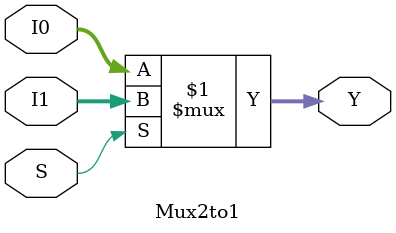
<source format=sv>
`default_nettype none

/**
 * library.sv
 *
 * Enigma Machine
 *
 * ECE 18-500
 * Carnegie Mellon University
 *
 * This is the library of standard components used by the enigma machine,
 * which includes both synchronous and combinational components.
 **/

/*----------------------------------------------------------------------------*
 *  Combinational Components                                                  *
 *----------------------------------------------------------------------------*/

// Mux2to1
module Mux2to1
  #(parameter WIDTH = 8)
  (input  logic [WIDTH-1:0] I0, I1,
   input  logic S,
   output logic [WIDTH-1:0] Y);

  assign Y = (S) ? I1 : I0;

endmodule: Mux2to1

/*----------------------------------------------------------------------------*
 *  Synchronous Components                                                    *
 *----------------------------------------------------------------------------*/
</source>
